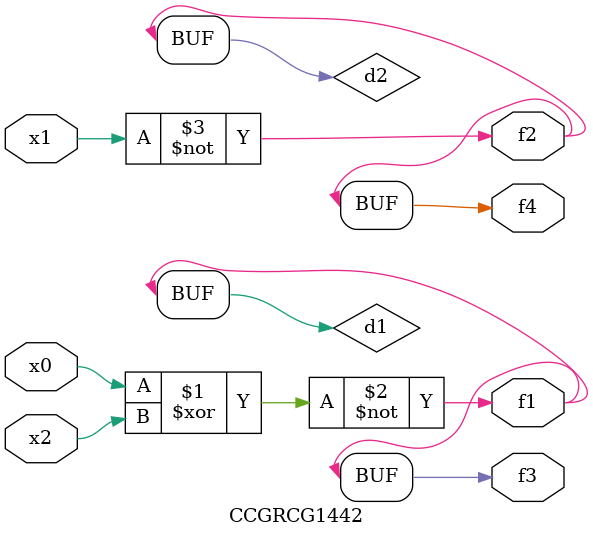
<source format=v>
module CCGRCG1442(
	input x0, x1, x2,
	output f1, f2, f3, f4
);

	wire d1, d2, d3;

	xnor (d1, x0, x2);
	nand (d2, x1);
	nor (d3, x1, x2);
	assign f1 = d1;
	assign f2 = d2;
	assign f3 = d1;
	assign f4 = d2;
endmodule

</source>
